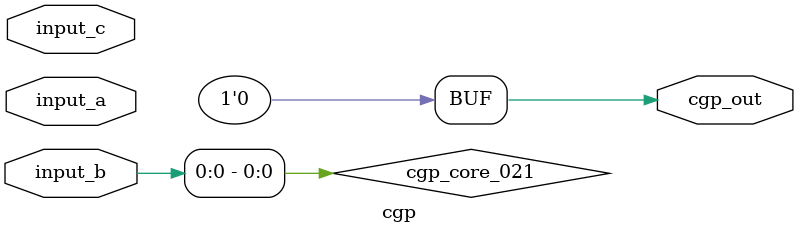
<source format=v>
module cgp(input [2:0] input_a, input [2:0] input_b, input [2:0] input_c, output [0:0] cgp_out);
  wire cgp_core_011;
  wire cgp_core_015;
  wire cgp_core_016;
  wire cgp_core_018_not;
  wire cgp_core_019;
  wire cgp_core_020;
  wire cgp_core_021;
  wire cgp_core_028;
  wire cgp_core_030_not;
  wire cgp_core_031;
  wire cgp_core_036;
  wire cgp_core_037;
  wire cgp_core_040;

  assign cgp_core_011 = ~(input_b[1] ^ input_c[1]);
  assign cgp_core_015 = input_c[2] ^ input_b[2];
  assign cgp_core_016 = input_a[2] & input_a[1];
  assign cgp_core_018_not = ~input_c[0];
  assign cgp_core_019 = input_b[0] | input_b[1];
  assign cgp_core_020 = ~(cgp_core_018_not ^ input_b[2]);
  assign cgp_core_021 = input_b[0] & input_b[0];
  assign cgp_core_028 = ~input_c[0];
  assign cgp_core_030_not = ~input_c[1];
  assign cgp_core_031 = input_b[2] & input_c[2];
  assign cgp_core_036 = ~(input_a[2] ^ input_b[2]);
  assign cgp_core_037 = ~(input_c[0] ^ input_a[0]);
  assign cgp_core_040 = input_a[0] | input_c[0];

  assign cgp_out[0] = 1'b0;
endmodule
</source>
